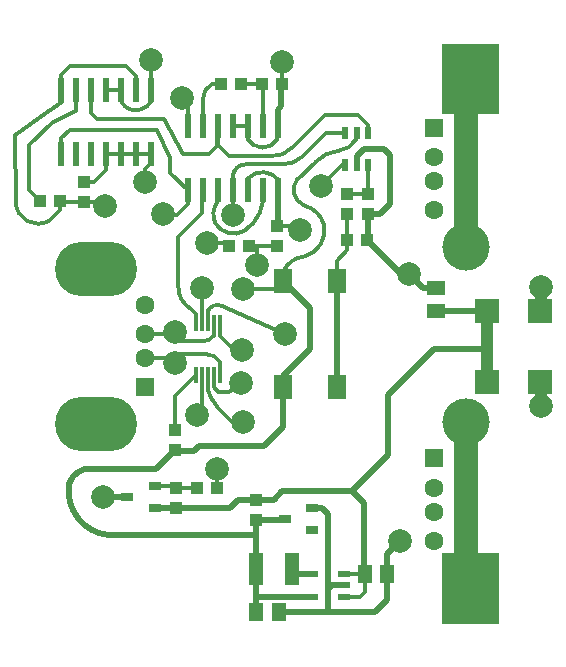
<source format=gbr>
G04 DipTrace 3.0.0.2*
G04 Top.gbr*
%MOIN*%
G04 #@! TF.FileFunction,Copper,L1,Top*
G04 #@! TF.Part,Single*
G04 #@! TA.AperFunction,Conductor*
%ADD14C,0.019685*%
%ADD15C,0.011811*%
%ADD16C,0.03937*%
G04 #@! TA.AperFunction,ViaPad*
%ADD17C,0.07874*%
G04 #@! TA.AperFunction,Nonconductor*
%ADD20O,0.273228X0.182677*%
%ADD21R,0.059055X0.051181*%
%ADD22R,0.03937X0.043307*%
%ADD23R,0.043307X0.03937*%
%ADD24R,0.051181X0.059055*%
%ADD26R,0.082677X0.082677*%
%ADD28R,0.041339X0.025591*%
G04 #@! TA.AperFunction,ComponentPad*
%ADD29R,0.062992X0.062992*%
%ADD30C,0.062992*%
%ADD31C,0.15748*%
%ADD32R,0.045276X0.106299*%
%ADD35R,0.059055X0.07874*%
%ADD37R,0.023622X0.043307*%
%ADD38R,0.023622X0.07874*%
%ADD40R,0.043307X0.023622*%
%ADD41R,0.011811X0.055118*%
%FSLAX26Y26*%
G04*
G70*
G90*
G75*
G01*
G04 Top*
%LPD*%
X1452756Y503937D2*
D14*
X1267717D1*
Y594488D1*
Y452756D2*
Y503937D1*
Y759843D2*
Y708661D1*
Y594488D1*
Y759843D2*
X1360236D1*
X1362205Y761811D1*
X1267717Y708661D2*
X776772D1*
G02X644094Y880315I14033J147949D01*
G01*
G02X720503Y930127I69129J-22530D01*
G01*
X934064D1*
X996063Y992126D1*
Y988189D1*
X1059055D1*
X1076378Y1005512D1*
X1292913D1*
X1356693Y1069291D1*
Y1202362D1*
X1358268Y1200787D1*
Y1240157D1*
X1447638Y1329528D1*
Y1465748D1*
X1358268Y1555118D1*
X618110Y1980315D2*
D15*
Y2031496D1*
X645669Y2059055D1*
X937008D1*
X980315Y1964567D1*
Y1917323D1*
X1039370Y1858268D1*
X1358268Y1555118D2*
Y1587795D1*
G02X1429134Y1637795I78541J-36098D01*
G01*
G03X1492520Y1746850I-22835J86220D01*
G01*
G03X1429528Y1806693I-85650J-27083D01*
G01*
G02X1405512Y1896850I20500J53738D01*
G01*
X1466142Y1953150D1*
G02X1542913Y1990157I88751J-85977D01*
G01*
G03X1599458Y2026510I-5721J71050D01*
G01*
X1602362Y2049213D1*
X1039370Y1858268D2*
Y1811024D1*
X1003937Y1775591D1*
X960630D1*
X956693Y1779528D1*
X1224409Y1527559D2*
X1330709D1*
X1358268Y1555118D1*
X1125984Y1417323D2*
Y1374016D1*
G02X1088228Y1354331I-37498J25871D01*
G01*
X1011811D1*
X996063Y1370079D1*
Y1385827D1*
X895669Y1377953D2*
X988189D1*
X996063Y1385827D1*
Y1283465D2*
Y1311024D1*
X1103026D1*
G02X1145669Y1287402I2364J-46034D01*
G01*
Y1244094D1*
X895669Y1299213D2*
X980315D1*
X996063Y1283465D1*
X1086614Y1417323D2*
Y1531496D1*
X1106299Y1244094D2*
Y1193904D1*
G03X1138189Y1137008I124451J32368D01*
G01*
X1188583Y1086614D1*
X1224409D1*
X1106299Y1417323D2*
Y1456445D1*
G02X1152362Y1472835I31862J-16624D01*
G01*
X1184252Y1460630D1*
X1362205Y1377953D1*
X1125984Y1244094D2*
Y1201732D1*
X1140415Y1187302D1*
X1175848D1*
X1216535Y1216535D1*
X1145669Y1417323D2*
Y1374016D1*
X1192913Y1326772D1*
X1220472D1*
X1559055Y541339D2*
D14*
X1521654D1*
X1507874Y527559D1*
Y452756D1*
X1665354D1*
X1704724Y492126D1*
Y578740D1*
X1342520Y452756D2*
X1507874D1*
X1866142Y1531496D2*
X1822835D1*
X1775591Y1578740D1*
X1639764Y1777559D2*
Y1694882D1*
X1637795Y1692913D1*
X1775591Y1578740D2*
X1751969D1*
X1637795Y1692913D1*
X1639764Y1777559D2*
X1679134D1*
X1712598Y1811024D1*
Y1976378D1*
X1692913Y1996063D1*
X1625984D1*
X1602362Y1972441D1*
Y1942913D1*
X1704724Y578740D2*
Y645669D1*
X1748031Y688976D1*
X1339370Y2070866D2*
Y2126772D1*
X1350394Y2137795D1*
Y2208661D1*
X1354331Y2212598D1*
X1338583Y1740157D2*
X1339370D1*
Y1858268D1*
X1239370Y2070866D2*
D15*
X1189370D1*
X692913Y1885827D2*
X728346D1*
X768110Y1925591D1*
Y1980315D1*
X918110D2*
X868110D1*
X818110D1*
X768110D2*
X818110D1*
X768110Y2192913D2*
X818110D1*
X918110D2*
X913386D1*
X917121Y2152301D1*
G02X845016Y2128678I-51303J34741D01*
G01*
G02X814961Y2189764I19442J47502D01*
G01*
X818110Y2192913D1*
X918110D2*
Y2290551D1*
X917323Y2291339D1*
X897638Y1885827D2*
Y1929134D1*
X918110Y1949606D1*
Y1980315D1*
X1239370Y2070866D2*
Y2028346D1*
G03X1338583Y2028740I49489J29723D01*
G01*
Y2070079D1*
X1339370Y2070866D1*
X1354331Y2287402D2*
Y2212598D1*
X1338583Y1740157D2*
X1397638D1*
X1413386Y1724409D1*
X1239370Y1858268D2*
Y1897638D1*
G02X1342520Y1892520I49345J-47506D01*
G01*
X1339370Y1858268D1*
X1507874Y527559D2*
D14*
Y779528D1*
X1488189Y799213D1*
X1452756D1*
X2216535Y1137795D2*
D16*
Y1220472D1*
X2214567D1*
X1452756Y578740D2*
D14*
X1401575D1*
X1385827Y594488D1*
X2216535Y1535433D2*
D16*
Y1456693D1*
X2214567D1*
X755906Y834646D2*
D14*
X836614D1*
X838583Y836614D1*
X1570866Y1692913D2*
D15*
Y1657480D1*
X1535433Y1622047D1*
Y1555118D1*
X1570866Y1779528D2*
Y1692913D1*
X1535433Y1200787D2*
D14*
Y1555118D1*
X1570866Y1846457D2*
D15*
X1637795D1*
X1639764Y1844488D1*
Y1942913D2*
Y1844488D1*
X1149606Y2212598D2*
X1121535D1*
G03X1090551Y2163927I21479J-47871D01*
G01*
Y2072047D1*
X1089370Y2070866D1*
X1216535Y2212598D2*
X1287402D1*
X1289370Y2070866D2*
Y2210630D1*
X1287402Y2212598D1*
X929134Y874016D2*
X1000000D1*
Y866142D1*
X1070866D2*
X1000000D1*
X1039370Y2070866D2*
Y2145669D1*
X1019685Y2165354D1*
X1102362Y1681102D2*
X1169291D1*
X1177165Y1673228D1*
X1639764Y2049213D2*
X1641732D1*
Y2074803D1*
X1606299Y2110236D1*
X1496063D1*
X1385854Y2000028D1*
G02X1320866Y1972835I-58488J48526D01*
G01*
X1176772D1*
X1137795Y2011811D1*
Y2069291D1*
X1139370Y2070866D1*
Y2009449D1*
X1110236Y1980315D1*
X1023622D1*
X960630Y2094488D1*
X738106D1*
X716535Y2116059D1*
Y2191339D1*
X718110Y2192913D1*
X1289370Y1858268D2*
G02X1227825Y1722760I-134522J-20633D01*
G01*
G02X1131496Y1748031I-35163J62195D01*
G01*
G02X1139370Y1821024I63883J30029D01*
G01*
Y1858268D1*
X1244094Y1673228D2*
X1338583D1*
X1564961Y1942913D2*
X1553150D1*
X1484252Y1874016D1*
X1271654Y1610236D2*
Y1673228D1*
X1244094D1*
X547244Y1822835D2*
X511811Y1858268D1*
Y2007874D1*
X591021Y2087084D1*
X668110Y2122752D1*
Y2192913D1*
X1066929Y1244094D2*
X996063Y1173228D1*
Y1059055D1*
X1086614Y1244094D2*
Y1125984D1*
X1070866Y1110236D1*
X692913Y1818898D2*
X614173D1*
Y1822835D1*
Y1792520D1*
X578346Y1756693D1*
G02X465748Y1818898I-37589J64970D01*
G01*
X464567Y2042403D1*
G02X576378Y2122441I841128J-1056916D01*
G01*
X618898Y2153150D1*
X618110Y2192913D1*
Y2244094D1*
X645669Y2271654D1*
X834646D1*
X866142Y2240157D1*
Y2194882D1*
X868110Y2192913D1*
X692913Y1818898D2*
X763780D1*
Y1807087D1*
X1564961Y2049213D2*
X1500000D1*
X1420079Y1969291D1*
G02X1350787Y1944882I-61925J65234D01*
G01*
X1236220D1*
G03X1189370Y1903150I-3228J-43540D01*
G01*
Y1886513D1*
Y1858268D1*
X1137795Y866142D2*
Y929134D1*
X1188976Y1775591D2*
Y1857874D1*
X1189370Y1858268D1*
X1066929Y1417323D2*
Y1444882D1*
X1047328Y1464483D1*
G02X1008268Y1535583I44281J70606D01*
G01*
Y1703150D1*
X1086614Y1781496D1*
Y1855512D1*
X1089370Y1858268D1*
X2037402Y1456693D2*
D16*
Y1327463D1*
Y1220472D1*
X1559055Y578740D2*
D15*
X1629921D1*
X1559055Y503937D2*
X1614173D1*
X1629921Y519685D1*
Y578740D1*
X1866142Y1456693D2*
D14*
X2037402D1*
X1267717Y826772D2*
X1326772D1*
X1354331Y854331D1*
X1586614D1*
X1625984Y814961D1*
Y582677D1*
X1629921Y578740D1*
X2037402Y1327463D2*
X1858959D1*
X1708661Y1177165D1*
Y976378D1*
X1586614Y854331D1*
X1000000Y799213D2*
X929134D1*
D15*
D3*
X1000000D2*
D14*
X1181102D1*
X1208661Y826772D1*
X1267717D1*
X1966535Y1085433D2*
D17*
Y568110D1*
Y2187795D2*
Y1670472D1*
X996063Y1385827D3*
Y1283465D3*
X1362205Y1377953D3*
X1216535Y1216535D3*
X1086614Y1531496D3*
X1224409Y1086614D3*
X1220472Y1326772D3*
X2216535Y1535433D3*
Y1137795D3*
X1775591Y1578740D3*
X1748031Y688976D3*
X755906Y834646D3*
X1070866Y1110236D3*
X917323Y2291339D3*
X897638Y1885827D3*
X1354331Y2287402D3*
X1484252Y1874016D3*
X1271654Y1610236D3*
X1413386Y1724409D3*
X956693Y1779528D3*
X1224409Y1527559D3*
X763780Y1807087D3*
X1188976Y1775591D3*
X1137795Y929134D3*
X1019685Y2165354D3*
X1102362Y1681102D3*
D21*
X1866142Y1456693D3*
Y1531496D3*
D22*
X1639764Y1844488D3*
Y1777559D3*
D23*
X1287402Y2212598D3*
X1354331D3*
D22*
X1338583Y1673228D3*
Y1740157D3*
X692913Y1818898D3*
Y1885827D3*
D24*
X1629921Y578740D3*
X1704724D3*
X1267717Y452756D3*
X1342520D3*
D26*
X2037402Y1220472D3*
X2214567D3*
X2037402Y1456693D3*
X2214567D3*
D28*
X1452756Y799213D3*
Y724409D3*
X1362205Y761811D3*
D29*
X1860236Y964567D3*
D30*
Y866142D3*
Y787402D3*
Y688976D3*
D31*
X1966535Y1085433D3*
Y568110D3*
D29*
X1860236Y2066929D3*
D30*
Y1968504D3*
Y1889764D3*
Y1791339D3*
D31*
X1966535Y2187795D3*
Y1670472D3*
D29*
X895669Y1200787D3*
D30*
Y1299213D3*
Y1377953D3*
Y1476378D3*
D31*
X789370Y1079921D3*
Y1597244D3*
D32*
X1385827Y594488D3*
X1267717D3*
D23*
X1637795Y1692913D3*
X1570866D3*
D22*
Y1846457D3*
Y1779528D3*
D23*
X1216535Y2212598D3*
X1149606D3*
X1177165Y1673228D3*
X1244094D3*
X614173Y1822835D3*
X547244D3*
X1137795Y866142D3*
X1070866D3*
D22*
X1000000D3*
Y799213D3*
X996063Y992126D3*
Y1059055D3*
X1267717Y759843D3*
Y826772D3*
D35*
X1358268Y1555118D3*
Y1200787D3*
X1535433Y1555118D3*
Y1200787D3*
D28*
X929134Y874016D3*
Y799213D3*
X838583Y836614D3*
D37*
X1639764Y1942913D3*
X1602362D3*
X1564961D3*
Y2049213D3*
X1602362D3*
X1639764D3*
D38*
X618110Y2192913D3*
X668110D3*
X718110D3*
X768110D3*
X818110D3*
X868110D3*
X918110D3*
Y1980315D3*
X868110D3*
X818110D3*
X768110D3*
X718110D3*
X668110D3*
X618110D3*
X1039370Y2070866D3*
X1089370D3*
X1139370D3*
X1189370D3*
X1239370D3*
X1289370D3*
X1339370D3*
Y1858268D3*
X1289370D3*
X1239370D3*
X1189370D3*
X1139370D3*
X1089370D3*
X1039370D3*
D40*
X1559055Y578740D3*
Y541339D3*
Y503937D3*
X1452756D3*
Y578740D3*
D41*
X1066929Y1417323D3*
X1086614D3*
X1106299D3*
X1125984D3*
X1145669D3*
Y1244094D3*
X1125984D3*
X1106299D3*
X1086614D3*
X1066929D3*
D20*
X734646Y1596850D3*
X734252Y1079528D3*
G36*
X2075984Y2347244D2*
X1885433D1*
Y2111024D1*
X2075984D1*
Y2347244D1*
G37*
G36*
X2077559Y649606D2*
X1887008D1*
Y413386D1*
X2077559D1*
Y649606D1*
G37*
M02*

</source>
